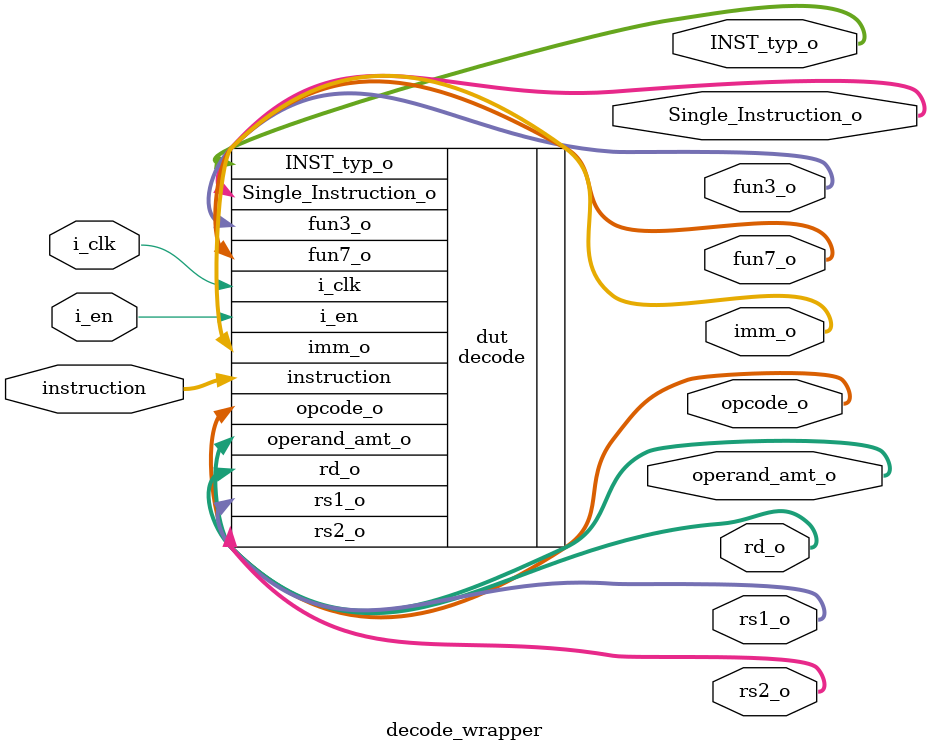
<source format=v>
module decode_wrapper # (
    parameter N_param = 32   ) (
    input wire i_clk,
    input wire i_en,
    input wire [N_param-1:0] instruction,
    output wire [4:0] rd_o,
    output wire [4:0] rs1_o,
    output wire [4:0] rs2_o,
    output wire [2:0] fun3_o,
    output wire [6:0] fun7_o,
    output wire [31:0] imm_o,
    output wire [63:0] Single_Instruction_o,
    output wire [6:0] INST_typ_o,
    output wire [6:0] opcode_o,
    output wire [3:0] operand_amt_o
);

    decode dut (
        .i_clk(i_clk),
        .i_en(i_en),
        .instruction(instruction),
        .rd_o(rd_o),
        .rs1_o(rs1_o),
        .rs2_o(rs2_o),
        .fun3_o(fun3_o),
        .fun7_o(fun7_o),
        .imm_o(imm_o),
        .Single_Instruction_o(Single_Instruction_o),
        .INST_typ_o(INST_typ_o),
        .opcode_o(opcode_o),
        .operand_amt_o(operand_amt_o)
    );
    initial begin
        $dumpfile("./vcds/decode.vcd");
        $dumpvars(0, decode_wrapper);
    end
endmodule

</source>
